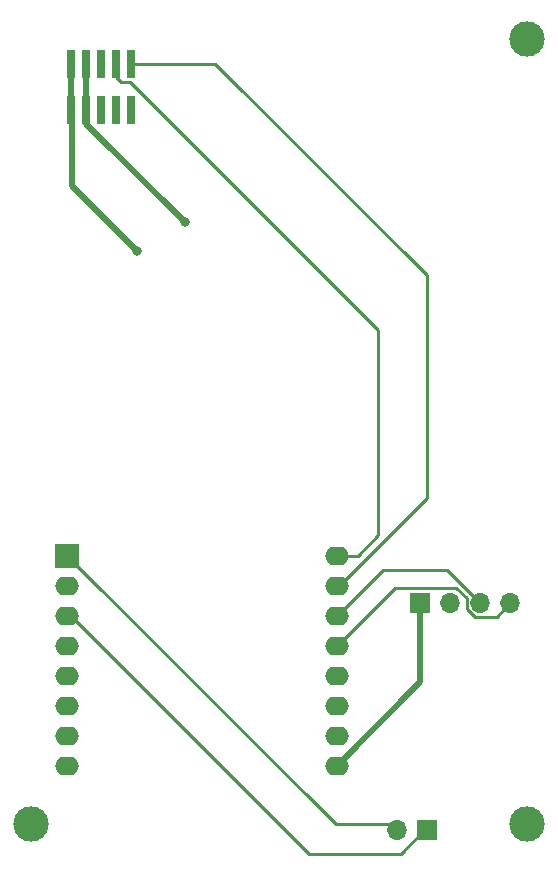
<source format=gbr>
%TF.GenerationSoftware,KiCad,Pcbnew,6.0.8-1.fc36*%
%TF.CreationDate,2022-11-03T20:53:56+01:00*%
%TF.ProjectId,breakout board,62726561-6b6f-4757-9420-626f6172642e,rev?*%
%TF.SameCoordinates,Original*%
%TF.FileFunction,Copper,L1,Top*%
%TF.FilePolarity,Positive*%
%FSLAX46Y46*%
G04 Gerber Fmt 4.6, Leading zero omitted, Abs format (unit mm)*
G04 Created by KiCad (PCBNEW 6.0.8-1.fc36) date 2022-11-03 20:53:56*
%MOMM*%
%LPD*%
G01*
G04 APERTURE LIST*
%TA.AperFunction,ComponentPad*%
%ADD10R,2.000000X2.000000*%
%TD*%
%TA.AperFunction,ComponentPad*%
%ADD11O,2.000000X1.600000*%
%TD*%
%TA.AperFunction,ComponentPad*%
%ADD12R,1.700000X1.700000*%
%TD*%
%TA.AperFunction,ComponentPad*%
%ADD13O,1.700000X1.700000*%
%TD*%
%TA.AperFunction,SMDPad,CuDef*%
%ADD14R,0.740000X2.400000*%
%TD*%
%TA.AperFunction,ViaPad*%
%ADD15C,3.000000*%
%TD*%
%TA.AperFunction,ViaPad*%
%ADD16C,0.800000*%
%TD*%
%TA.AperFunction,Conductor*%
%ADD17C,0.500000*%
%TD*%
%TA.AperFunction,Conductor*%
%ADD18C,0.250000*%
%TD*%
G04 APERTURE END LIST*
D10*
%TO.P,U1,1,~{RST}*%
%TO.N,/RST*%
X99555000Y-87270000D03*
D11*
%TO.P,U1,2,A0*%
%TO.N,unconnected-(U1-Pad2)*%
X99555000Y-89810000D03*
%TO.P,U1,3,D0*%
%TO.N,/D0*%
X99555000Y-92350000D03*
%TO.P,U1,4,SCK/D5*%
%TO.N,unconnected-(U1-Pad4)*%
X99555000Y-94890000D03*
%TO.P,U1,5,MISO/D6*%
%TO.N,unconnected-(U1-Pad5)*%
X99555000Y-97430000D03*
%TO.P,U1,6,MOSI/D7*%
%TO.N,unconnected-(U1-Pad6)*%
X99555000Y-99970000D03*
%TO.P,U1,7,CS/D8*%
%TO.N,unconnected-(U1-Pad7)*%
X99555000Y-102510000D03*
%TO.P,U1,8,3V3*%
%TO.N,unconnected-(U1-Pad8)*%
X99555000Y-105050000D03*
%TO.P,U1,9,5V*%
%TO.N,/Vcc*%
X122415000Y-105050000D03*
%TO.P,U1,10,GND*%
%TO.N,/GND*%
X122415000Y-102510000D03*
%TO.P,U1,11,D4*%
%TO.N,unconnected-(U1-Pad11)*%
X122415000Y-99970000D03*
%TO.P,U1,12,D3*%
%TO.N,unconnected-(U1-Pad12)*%
X122415000Y-97430000D03*
%TO.P,U1,13,SDA/D2*%
%TO.N,/BME_SDA*%
X122415000Y-94890000D03*
%TO.P,U1,14,SCL/D1*%
%TO.N,/BME_SCL*%
X122415000Y-92350000D03*
%TO.P,U1,15,RX*%
%TO.N,/PMS_TX*%
X122415000Y-89810000D03*
%TO.P,U1,16,TX*%
%TO.N,/PMS_RX*%
X122415000Y-87270000D03*
%TD*%
D12*
%TO.P,J2,1,Pin_1*%
%TO.N,/Vcc*%
X129470000Y-91310000D03*
D13*
%TO.P,J2,2,Pin_2*%
%TO.N,/GND*%
X132010000Y-91310000D03*
%TO.P,J2,3,Pin_3*%
%TO.N,/BME_SCL*%
X134550000Y-91310000D03*
%TO.P,J2,4,Pin_4*%
%TO.N,/BME_SDA*%
X137090000Y-91310000D03*
%TD*%
D14*
%TO.P,J1,1,Pin_1*%
%TO.N,/Vcc*%
X99920000Y-45600000D03*
%TO.P,J1,2,Pin_2*%
X99920000Y-49500000D03*
%TO.P,J1,3,Pin_3*%
%TO.N,/GND*%
X101190000Y-45600000D03*
%TO.P,J1,4,Pin_4*%
X101190000Y-49500000D03*
%TO.P,J1,5,Pin_5*%
%TO.N,/PMS_Reset*%
X102460000Y-45600000D03*
%TO.P,J1,6,Pin_6*%
%TO.N,unconnected-(J1-Pad6)*%
X102460000Y-49500000D03*
%TO.P,J1,7,Pin_7*%
%TO.N,/PMS_RX*%
X103730000Y-45600000D03*
%TO.P,J1,8,Pin_8*%
%TO.N,unconnected-(J1-Pad8)*%
X103730000Y-49500000D03*
%TO.P,J1,9,Pin_9*%
%TO.N,/PMS_TX*%
X105000000Y-45600000D03*
%TO.P,J1,10,Pin_10*%
%TO.N,/PMS_Set*%
X105000000Y-49500000D03*
%TD*%
D12*
%TO.P,J4,1,Pin_1*%
%TO.N,/D0*%
X130000000Y-110500000D03*
D13*
%TO.P,J4,2,Pin_2*%
%TO.N,/RST*%
X127460000Y-110500000D03*
%TD*%
D15*
%TO.N,*%
X138500000Y-110000000D03*
X96500000Y-110000000D03*
X138500000Y-43500000D03*
D16*
%TO.N,/Vcc*%
X105500000Y-61500000D03*
%TO.N,/GND*%
X109500000Y-59000000D03*
%TD*%
D17*
%TO.N,/Vcc*%
X100000000Y-49580000D02*
X99920000Y-49500000D01*
X129470000Y-97995000D02*
X129470000Y-91310000D01*
X99920000Y-49500000D02*
X99920000Y-45600000D01*
X105500000Y-61500000D02*
X100000000Y-56000000D01*
X122415000Y-105050000D02*
X129470000Y-97995000D01*
X100000000Y-56000000D02*
X100000000Y-49580000D01*
%TO.N,/GND*%
X101190000Y-45600000D02*
X101190000Y-49500000D01*
X101190000Y-50690000D02*
X101190000Y-49500000D01*
X109500000Y-59000000D02*
X101190000Y-50690000D01*
D18*
%TO.N,/PMS_RX*%
X122415000Y-87270000D02*
X124146778Y-87270000D01*
X104125000Y-47125000D02*
X103730000Y-46730000D01*
X125865000Y-68145000D02*
X104845000Y-47125000D01*
X125865000Y-85551778D02*
X125865000Y-68145000D01*
X124146778Y-87270000D02*
X125865000Y-85551778D01*
X103730000Y-46730000D02*
X103730000Y-45600000D01*
X104845000Y-47125000D02*
X104125000Y-47125000D01*
%TO.N,/PMS_TX*%
X130000000Y-82425000D02*
X130000000Y-63500000D01*
X122615000Y-89810000D02*
X130000000Y-82425000D01*
X122415000Y-89810000D02*
X122615000Y-89810000D01*
X112100000Y-45600000D02*
X105000000Y-45600000D01*
X130000000Y-63500000D02*
X112100000Y-45600000D01*
%TO.N,/BME_SCL*%
X126265000Y-88500000D02*
X122415000Y-92350000D01*
X134550000Y-91310000D02*
X131740000Y-88500000D01*
X131740000Y-88500000D02*
X126265000Y-88500000D01*
%TO.N,/BME_SDA*%
X137090000Y-91310000D02*
X135915000Y-92485000D01*
X133375000Y-90875000D02*
X132500000Y-90000000D01*
X127305000Y-90000000D02*
X122415000Y-94890000D01*
X133375000Y-91796701D02*
X133375000Y-90875000D01*
X135915000Y-92485000D02*
X134063299Y-92485000D01*
X132500000Y-90000000D02*
X127305000Y-90000000D01*
X134063299Y-92485000D02*
X133375000Y-91796701D01*
%TO.N,/RST*%
X122285000Y-110000000D02*
X127745000Y-110000000D01*
X99555000Y-87270000D02*
X122285000Y-110000000D01*
%TO.N,/D0*%
X99555000Y-92350000D02*
X99850000Y-92350000D01*
X120000000Y-112500000D02*
X127785000Y-112500000D01*
X127785000Y-112500000D02*
X130285000Y-110000000D01*
X99850000Y-92350000D02*
X120000000Y-112500000D01*
%TD*%
M02*

</source>
